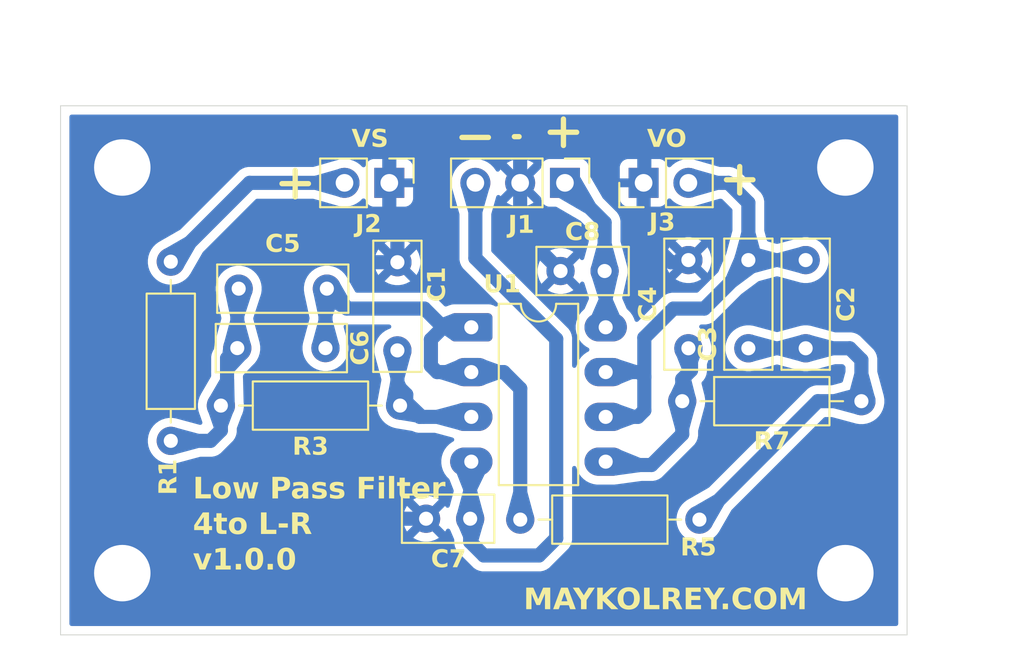
<source format=kicad_pcb>
(kicad_pcb (version 20241229) (generator "pcbnew") (generator_version "9.0")
  (title_block (title "${TITLE}") (date "2025-11-01") (rev "${REVISION}"))
  (layers (0 "F.Cu" signal) (2 "B.Cu" signal) (13 "F.Paste" user) (15 "B.Paste" user) (5 "F.SilkS" user "F.Silkscreen") (7 "B.SilkS" user "B.Silkscreen") (1 "F.Mask" user) (3 "B.Mask" user) (25 "Edge.Cuts" user))
  (property "REVISION" "v1.0.0")
  (property "TITLE" "Low Pass Filter LR4")
  (net 0 "")
  (net 1 "Net-(U1A-+)")
  (net 2 "GND")
  (net 3 "Net-(C2-Pad1)")
  (net 4 "Net-(C5-Pad1)")
  (net 5 "Net-(U1A--)")
  (net 6 "/-15V")
  (net 7 "/15V")
  (net 8 "Net-(U1B-+)")
  (net 9 "/VS")
  (net 10 "Net-(J3-Pin_2)")
  (footprint "MountingHole:MountingHole_3.2mm_M3_DIN965_Pad" (layer "F.Cu") (at 165.5 95.5)
    (property "Reference" "H4" (hide yes))
    (property "Value" "MountingHole_Pad")
    (pad "1" thru_hole circle (at 0 0) (size 5.6 5.6) (drill 3.2) (layers "*.Cu" "*.Mask") (net 2 "GND"))
  )
  (footprint "Capacitor_THT:C_Rect_L7.2mm_W2.5mm_P5.00mm_FKS2_FKP2_MKS2_MKP2" (layer "F.Cu") (at 163.25 82.75 90)
    (property "Reference" "C2" (at 2.5 2.34 90) (layer "F.SilkS"))
    (property "Value" "22nF")
    (fp_line (start 6.22 -1.37) (end 6.22 1.37) (stroke (width 0.12)) (layer "F.SilkS"))
    (fp_line (start -1.22 -1.37) (end 6.22 -1.37) (stroke (width 0.12)) (layer "F.SilkS"))
    (fp_line (start 6.22 1.37) (end -1.22 1.37) (stroke (width 0.12)) (layer "F.SilkS"))
    (fp_line (start -1.22 1.37) (end -1.22 -1.37) (stroke (width 0.12)) (layer "F.SilkS"))
    (pad "1" thru_hole circle (at 0 0 90) (size 1.6 1.6) (drill 0.8) (layers "*.Cu" "*.Mask") (net 3 "Net-(C2-Pad1)"))
    (pad "2" thru_hole circle (at 5 0 90) (size 1.6 1.6) (drill 0.8) (layers "*.Cu" "*.Mask") (net 10 "Net-(J3-Pin_2)"))
  )
  (footprint "Resistor_THT:R_Axial_DIN0207_L6.3mm_D2.5mm_P10.16mm_Horizontal" (layer "F.Cu") (at 127.25 88 90)
    (property "Reference" "R1" (at -2.05 -0.1 90) (layer "F.SilkS"))
    (property "Value" "33k")
    (fp_line (start 9.12 0) (end 8.35 0) (stroke (width 0.12)) (layer "F.SilkS"))
    (fp_line (start 1.04 0) (end 1.81 0) (stroke (width 0.12)) (layer "F.SilkS"))
    (fp_rect (start 1.81 -1.37) (end 8.35 1.37) (stroke (width 0.12)) (fill no) (layer "F.SilkS"))
    (pad "1" thru_hole circle (at 0 0 90) (size 1.6 1.6) (drill 0.8) (layers "*.Cu" "*.Mask") (net 4 "Net-(C5-Pad1)"))
    (pad "2" thru_hole circle (at 10.16 0 90) (size 1.6 1.6) (drill 0.8) (layers "*.Cu" "*.Mask") (net 9 "/VS"))
  )
  (footprint "Connector_PinHeader_2.54mm:PinHeader_1x02_P2.54mm_Vertical" (layer "F.Cu") (at 154.06 73.37 90)
    (property "Reference" "J3" (at -2.29 1.05 180) (layer "F.SilkS"))
    (property "Value" "Conn_01x03")
    (fp_line (start -1.38 -1.38) (end 0 -1.38) (stroke (width 0.12)) (layer "F.SilkS"))
    (fp_line (start -1.38 0) (end -1.38 -1.38) (stroke (width 0.12)) (layer "F.SilkS"))
    (fp_line (start 1.38 1.27) (end 1.38 3.92) (stroke (width 0.12)) (layer "F.SilkS"))
    (fp_line (start -1.38 1.27) (end 1.38 1.27) (stroke (width 0.12)) (layer "F.SilkS"))
    (fp_line (start -1.38 1.27) (end -1.38 3.92) (stroke (width 0.12)) (layer "F.SilkS"))
    (fp_line (start -1.38 3.92) (end 1.38 3.92) (stroke (width 0.12)) (layer "F.SilkS"))
    (pad "1" thru_hole rect (at 0 0 90) (size 1.7 1.7) (drill 1) (layers "*.Cu" "*.Mask") (net 2 "GND"))
    (pad "2" thru_hole circle (at 0 2.54 90) (size 1.7 1.7) (drill 1) (layers "*.Cu" "*.Mask") (net 10 "Net-(J3-Pin_2)"))
  )
  (footprint "MountingHole:MountingHole_3.2mm_M3_DIN965_Pad" (layer "F.Cu") (at 124.5 95.5)
    (property "Reference" "H3" (hide yes))
    (property "Value" "MountingHole_Pad")
    (pad "1" thru_hole circle (at 0 0) (size 5.6 5.6) (drill 3.2) (layers "*.Cu" "*.Mask") (net 2 "GND"))
  )
  (footprint "Capacitor_THT:C_Rect_L7.2mm_W2.5mm_P5.00mm_FKS2_FKP2_MKS2_MKP2" (layer "F.Cu") (at 160 82.75 90)
    (property "Reference" "C3" (at 0.25 -2.25 90) (layer "F.SilkS"))
    (property "Value" "22nF")
    (fp_line (start 6.22 -1.37) (end 6.22 1.37) (stroke (width 0.12)) (layer "F.SilkS"))
    (fp_line (start -1.22 -1.37) (end 6.22 -1.37) (stroke (width 0.12)) (layer "F.SilkS"))
    (fp_line (start 6.22 1.37) (end -1.22 1.37) (stroke (width 0.12)) (layer "F.SilkS"))
    (fp_line (start -1.22 1.37) (end -1.22 -1.37) (stroke (width 0.12)) (layer "F.SilkS"))
    (pad "1" thru_hole circle (at 0 0 90) (size 1.6 1.6) (drill 0.8) (layers "*.Cu" "*.Mask") (net 3 "Net-(C2-Pad1)"))
    (pad "2" thru_hole circle (at 5 0 90) (size 1.6 1.6) (drill 0.8) (layers "*.Cu" "*.Mask") (net 10 "Net-(J3-Pin_2)"))
  )
  (footprint "MountingHole:MountingHole_3.2mm_M3_DIN965_Pad" (layer "F.Cu") (at 165.5 72.5)
    (property "Reference" "H2" (hide yes))
    (property "Value" "MountingHole_Pad")
    (pad "1" thru_hole circle (at 0 0) (size 5.6 5.6) (drill 3.2) (layers "*.Cu" "*.Mask") (net 2 "GND"))
  )
  (footprint "Capacitor_THT:C_Rect_L7.2mm_W2.5mm_P5.00mm_FKS2_FKP2_MKS2_MKP2" (layer "F.Cu") (at 140.1 77.87 -90)
    (property "Reference" "C1" (at 1.26 -2.28 90) (layer "F.SilkS"))
    (property "Value" "22nF")
    (fp_line (start -1.22 1.37) (end -1.22 -1.37) (stroke (width 0.12)) (layer "F.SilkS"))
    (fp_line (start 6.22 1.37) (end -1.22 1.37) (stroke (width 0.12)) (layer "F.SilkS"))
    (fp_line (start -1.22 -1.37) (end 6.22 -1.37) (stroke (width 0.12)) (layer "F.SilkS"))
    (fp_line (start 6.22 -1.37) (end 6.22 1.37) (stroke (width 0.12)) (layer "F.SilkS"))
    (pad "1" thru_hole circle (at 0 0 270) (size 1.6 1.6) (drill 0.8) (layers "*.Cu" "*.Mask") (net 2 "GND"))
    (pad "2" thru_hole circle (at 5 0 270) (size 1.6 1.6) (drill 0.8) (layers "*.Cu" "*.Mask") (net 1 "Net-(U1A-+)"))
  )
  (footprint "Capacitor_THT:C_Disc_D5.0mm_W2.5mm_P2.50mm" (layer "F.Cu") (at 151.85 78.37 180)
    (property "Reference" "C8" (at 1.25 2.17 0) (layer "F.SilkS"))
    (property "Value" "100nF")
    (fp_line (start 3.87 1.37) (end -1.37 1.37) (stroke (width 0.12)) (layer "F.SilkS"))
    (fp_line (start 3.87 -1.37) (end 3.87 1.37) (stroke (width 0.12)) (layer "F.SilkS"))
    (fp_line (start -1.37 1.37) (end -1.37 -1.37) (stroke (width 0.12)) (layer "F.SilkS"))
    (fp_line (start -1.37 -1.37) (end 3.87 -1.37) (stroke (width 0.12)) (layer "F.SilkS"))
    (pad "1" thru_hole circle (at 0 0 180) (size 1.6 1.6) (drill 0.8) (layers "*.Cu" "*.Mask") (net 7 "/15V"))
    (pad "2" thru_hole circle (at 2.5 0 180) (size 1.6 1.6) (drill 0.8) (layers "*.Cu" "*.Mask") (net 2 "GND"))
  )
  (footprint "Resistor_THT:R_Axial_DIN0207_L6.3mm_D2.5mm_P10.16mm_Horizontal" (layer "F.Cu") (at 157.225 92.465 180)
    (property "Reference" "R5" (at 0.055 -1.615 0) (layer "F.SilkS"))
    (property "Value" "33k")
    (fp_line (start 9.12 0) (end 8.35 0) (stroke (width 0.12)) (layer "F.SilkS"))
    (fp_line (start 1.04 0) (end 1.81 0) (stroke (width 0.12)) (layer "F.SilkS"))
    (fp_rect (start 1.81 -1.37) (end 8.35 1.37) (stroke (width 0.12)) (fill no) (layer "F.SilkS"))
    (pad "1" thru_hole circle (at 0 0 180) (size 1.6 1.6) (drill 0.8) (layers "*.Cu" "*.Mask") (net 3 "Net-(C2-Pad1)"))
    (pad "2" thru_hole circle (at 10.16 0 180) (size 1.6 1.6) (drill 0.8) (layers "*.Cu" "*.Mask") (net 5 "Net-(U1A--)"))
  )
  (footprint "Connector_PinHeader_2.54mm:PinHeader_1x02_P2.54mm_Vertical" (layer "F.Cu") (at 139.64 73.37 -90)
    (property "Reference" "J2" (at 2.38 1.19 0) (layer "F.SilkS"))
    (property "Value" "Conn_01x03")
    (fp_line (start -1.38 3.92) (end 1.38 3.92) (stroke (width 0.12)) (layer "F.SilkS"))
    (fp_line (start -1.38 1.27) (end -1.38 3.92) (stroke (width 0.12)) (layer "F.SilkS"))
    (fp_line (start -1.38 1.27) (end 1.38 1.27) (stroke (width 0.12)) (layer "F.SilkS"))
    (fp_line (start 1.38 1.27) (end 1.38 3.92) (stroke (width 0.12)) (layer "F.SilkS"))
    (fp_line (start -1.38 0) (end -1.38 -1.38) (stroke (width 0.12)) (layer "F.SilkS"))
    (fp_line (start -1.38 -1.38) (end 0 -1.38) (stroke (width 0.12)) (layer "F.SilkS"))
    (pad "1" thru_hole rect (at 0 0 270) (size 1.7 1.7) (drill 1) (layers "*.Cu" "*.Mask") (net 2 "GND"))
    (pad "2" thru_hole circle (at 0 2.54 270) (size 1.7 1.7) (drill 1) (layers "*.Cu" "*.Mask") (net 9 "/VS"))
  )
  (footprint "Connector_PinHeader_2.54mm:PinHeader_1x03_P2.54mm_Vertical" (layer "F.Cu") (at 149.6 73.37 -90)
    (property "Reference" "J1" (at 2.42 2.48 180) (layer "F.SilkS"))
    (property "Value" "Conn_01x03")
    (fp_line (start -1.38 6.46) (end 1.38 6.46) (stroke (width 0.12)) (layer "F.SilkS"))
    (fp_line (start -1.38 1.27) (end -1.38 6.46) (stroke (width 0.12)) (layer "F.SilkS"))
    (fp_line (start -1.38 1.27) (end 1.38 1.27) (stroke (width 0.12)) (layer "F.SilkS"))
    (fp_line (start 1.38 1.27) (end 1.38 6.46) (stroke (width 0.12)) (layer "F.SilkS"))
    (fp_line (start -1.38 0) (end -1.38 -1.38) (stroke (width 0.12)) (layer "F.SilkS"))
    (fp_line (start -1.38 -1.38) (end 0 -1.38) (stroke (width 0.12)) (layer "F.SilkS"))
    (pad "1" thru_hole rect (at 0 0 270) (size 1.7 1.7) (drill 1) (layers "*.Cu" "*.Mask") (net 7 "/15V"))
    (pad "2" thru_hole circle (at 0 2.54 270) (size 1.7 1.7) (drill 1) (layers "*.Cu" "*.Mask") (net 2 "GND"))
    (pad "3" thru_hole circle (at 0 5.08 270) (size 1.7 1.7) (drill 1) (layers "*.Cu" "*.Mask") (net 6 "/-15V"))
  )
  (footprint "Capacitor_THT:C_Rect_L7.2mm_W2.5mm_P5.00mm_FKS2_FKP2_MKS2_MKP2" (layer "F.Cu") (at 131.1 79.37)
    (property "Reference" "C5" (at 2.5 -2.5 0) (layer "F.SilkS"))
    (property "Value" "22nF")
    (fp_line (start -1.22 -1.37) (end 6.22 -1.37) (stroke (width 0.12)) (layer "F.SilkS"))
    (fp_line (start -1.22 1.37) (end -1.22 -1.37) (stroke (width 0.12)) (layer "F.SilkS"))
    (fp_line (start 6.22 -1.37) (end 6.22 1.37) (stroke (width 0.12)) (layer "F.SilkS"))
    (fp_line (start 6.22 1.37) (end -1.22 1.37) (stroke (width 0.12)) (layer "F.SilkS"))
    (pad "1" thru_hole circle (at 0 0) (size 1.6 1.6) (drill 0.8) (layers "*.Cu" "*.Mask") (net 4 "Net-(C5-Pad1)"))
    (pad "2" thru_hole circle (at 5 0) (size 1.6 1.6) (drill 0.8) (layers "*.Cu" "*.Mask") (net 5 "Net-(U1A--)"))
  )
  (footprint "MountingHole:MountingHole_3.2mm_M3_DIN965_Pad" (layer "F.Cu") (at 124.5 72.5)
    (property "Reference" "H1" (hide yes))
    (property "Value" "MountingHole_Pad")
    (pad "1" thru_hole circle (at 0 0) (size 5.6 5.6) (drill 3.2) (layers "*.Cu" "*.Mask") (net 2 "GND"))
  )
  (footprint "Capacitor_THT:C_Disc_D5.0mm_W2.5mm_P2.50mm" (layer "F.Cu") (at 141.725 92.415)
    (property "Reference" "C7" (at 1.275 2.335 0) (layer "F.SilkS"))
    (property "Value" "100nF")
    (fp_line (start -1.37 -1.37) (end 3.87 -1.37) (stroke (width 0.12)) (layer "F.SilkS"))
    (fp_line (start -1.37 1.37) (end -1.37 -1.37) (stroke (width 0.12)) (layer "F.SilkS"))
    (fp_line (start 3.87 -1.37) (end 3.87 1.37) (stroke (width 0.12)) (layer "F.SilkS"))
    (fp_line (start 3.87 1.37) (end -1.37 1.37) (stroke (width 0.12)) (layer "F.SilkS"))
    (pad "1" thru_hole circle (at 0 0) (size 1.6 1.6) (drill 0.8) (layers "*.Cu" "*.Mask") (net 2 "GND"))
    (pad "2" thru_hole circle (at 2.5 0) (size 1.6 1.6) (drill 0.8) (layers "*.Cu" "*.Mask") (net 6 "/-15V"))
  )
  (footprint "Package_DIP:DIP-8_W7.62mm_LongPads" (layer "F.Cu") (at 144.29 81.56)
    (property "Reference" "U1" (at 1.75 -2.4 0) (layer "F.SilkS"))
    (property "Value" "NE5532")
    (fp_line (start 1.56 -1.33) (end 1.56 8.95) (stroke (width 0.12)) (layer "F.SilkS"))
    (fp_line (start 1.56 8.95) (end 6.06 8.95) (stroke (width 0.12)) (layer "F.SilkS"))
    (fp_line (start 2.81 -1.33) (end 1.56 -1.33) (stroke (width 0.12)) (layer "F.SilkS"))
    (fp_line (start 6.06 -1.33) (end 4.81 -1.33) (stroke (width 0.12)) (layer "F.SilkS"))
    (fp_line (start 6.06 8.95) (end 6.06 -1.33) (stroke (width 0.12)) (layer "F.SilkS"))
    (fp_arc (start 4.81 -1.33) (mid 3.81 -0.33) (end 2.81 -1.33) (stroke (width 0.12)) (layer "F.SilkS"))
    (pad "1" thru_hole roundrect (at 0 0) (size 2.4 1.6) (drill 0.8) (layers "*.Cu" "*.Mask") (roundrect_rratio 0.15625) (net 5 "Net-(U1A--)"))
    (pad "2" thru_hole oval (at 0 2.54) (size 2.4 1.6) (drill 0.8) (layers "*.Cu" "*.Mask") (net 5 "Net-(U1A--)"))
    (pad "3" thru_hole oval (at 0 5.08) (size 2.4 1.6) (drill 0.8) (layers "*.Cu" "*.Mask") (net 1 "Net-(U1A-+)"))
    (pad "4" thru_hole oval (at 0 7.62) (size 2.4 1.6) (drill 0.8) (layers "*.Cu" "*.Mask") (net 6 "/-15V"))
    (pad "5" thru_hole oval (at 7.62 7.62) (size 2.4 1.6) (drill 0.8) (layers "*.Cu" "*.Mask") (net 8 "Net-(U1B-+)"))
    (pad "6" thru_hole oval (at 7.62 5.08) (size 2.4 1.6) (drill 0.8) (layers "*.Cu" "*.Mask") (net 10 "Net-(J3-Pin_2)"))
    (pad "7" thru_hole oval (at 7.62 2.54) (size 2.4 1.6) (drill 0.8) (layers "*.Cu" "*.Mask") (net 10 "Net-(J3-Pin_2)"))
    (pad "8" thru_hole oval (at 7.62 0) (size 2.4 1.6) (drill 0.8) (layers "*.Cu" "*.Mask") (net 7 "/15V"))
  )
  (footprint "Resistor_THT:R_Axial_DIN0207_L6.3mm_D2.5mm_P10.16mm_Horizontal" (layer "F.Cu") (at 140.25 86 180)
    (property "Reference" "R3" (at 5.08 -2.37 0) (layer "F.SilkS"))
    (property "Value" "33k")
    (fp_line (start 9.12 0) (end 8.35 0) (stroke (width 0.12)) (layer "F.SilkS"))
    (fp_line (start 1.04 0) (end 1.81 0) (stroke (width 0.12)) (layer "F.SilkS"))
    (fp_rect (start 1.81 -1.37) (end 8.35 1.37) (stroke (width 0.12)) (fill no) (layer "F.SilkS"))
    (pad "1" thru_hole circle (at 0 0 180) (size 1.6 1.6) (drill 0.8) (layers "*.Cu" "*.Mask") (net 1 "Net-(U1A-+)"))
    (pad "2" thru_hole circle (at 10.16 0 180) (size 1.6 1.6) (drill 0.8) (layers "*.Cu" "*.Mask") (net 4 "Net-(C5-Pad1)"))
  )
  (footprint "Resistor_THT:R_Axial_DIN0207_L6.3mm_D2.5mm_P10.16mm_Horizontal" (layer "F.Cu") (at 156.25 85.75)
    (property "Reference" "R7" (at 5.08 2.31 0) (layer "F.SilkS"))
    (property "Value" "33k")
    (fp_line (start 1.04 0) (end 1.81 0) (stroke (width 0.12)) (layer "F.SilkS"))
    (fp_line (start 9.12 0) (end 8.35 0) (stroke (width 0.12)) (layer "F.SilkS"))
    (fp_rect (start 1.81 -1.37) (end 8.35 1.37) (stroke (width 0.12)) (fill no) (layer "F.SilkS"))
    (pad "1" thru_hole circle (at 0 0) (size 1.6 1.6) (drill 0.8) (layers "*.Cu" "*.Mask") (net 8 "Net-(U1B-+)"))
    (pad "2" thru_hole circle (at 10.16 0) (size 1.6 1.6) (drill 0.8) (layers "*.Cu" "*.Mask") (net 3 "Net-(C2-Pad1)"))
  )
  (footprint "Capacitor_THT:C_Rect_L7.2mm_W2.5mm_P5.00mm_FKS2_FKP2_MKS2_MKP2" (layer "F.Cu") (at 131.02 82.74)
    (property "Reference" "C6" (at 7.01 -0.01 90) (layer "F.SilkS"))
    (property "Value" "22nF")
    (fp_line (start -1.22 -1.37) (end 6.22 -1.37) (stroke (width 0.12)) (layer "F.SilkS"))
    (fp_line (start -1.22 1.37) (end -1.22 -1.37) (stroke (width 0.12)) (layer "F.SilkS"))
    (fp_line (start 6.22 -1.37) (end 6.22 1.37) (stroke (width 0.12)) (layer "F.SilkS"))
    (fp_line (start 6.22 1.37) (end -1.22 1.37) (stroke (width 0.12)) (layer "F.SilkS"))
    (pad "1" thru_hole circle (at 0 0) (size 1.6 1.6) (drill 0.8) (layers "*.Cu" "*.Mask") (net 4 "Net-(C5-Pad1)"))
    (pad "2" thru_hole circle (at 5 0) (size 1.6 1.6) (drill 0.8) (layers "*.Cu" "*.Mask") (net 5 "Net-(U1A--)"))
  )
  (footprint "Capacitor_THT:C_Rect_L7.2mm_W2.5mm_P5.00mm_FKS2_FKP2_MKS2_MKP2" (layer "F.Cu") (at 156.6 77.75 -90)
    (property "Reference" "C4" (at 2.5 2.25 90) (layer "F.SilkS"))
    (property "Value" "22nF")
    (fp_line (start -1.22 1.37) (end -1.22 -1.37) (stroke (width 0.12)) (layer "F.SilkS"))
    (fp_line (start 6.22 1.37) (end -1.22 1.37) (stroke (width 0.12)) (layer "F.SilkS"))
    (fp_line (start -1.22 -1.37) (end 6.22 -1.37) (stroke (width 0.12)) (layer "F.SilkS"))
    (fp_line (start 6.22 -1.37) (end 6.22 1.37) (stroke (width 0.12)) (layer "F.SilkS"))
    (pad "1" thru_hole circle (at 0 0 270) (size 1.6 1.6) (drill 0.8) (layers "*.Cu" "*.Mask") (net 2 "GND"))
    (pad "2" thru_hole circle (at 5 0 270) (size 1.6 1.6) (drill 0.8) (layers "*.Cu" "*.Mask") (net 8 "Net-(U1B-+)"))
  )
  (gr_line (start 149.514708 69.75) (end 149.514708 71.25) (stroke (width 0.3)) (layer "F.SilkS"))
  (gr_line (start 135.054508 73.415501) (end 133.554508 73.415501) (stroke (width 0.3)) (layer "F.SilkS"))
  (gr_line (start 147 70.75) (end 146.732717 70.75) (stroke (width 0.3)) (layer "F.SilkS"))
  (gr_line (start 159.508812 72.445165) (end 159.508812 73.945165) (stroke (width 0.3)) (layer "F.SilkS"))
  (gr_line (start 160.258812 73.195165) (end 158.758812 73.195165) (stroke (width 0.3)) (layer "F.SilkS"))
  (gr_line (start 145.260293 70.794037) (end 143.760293 70.794037) (stroke (width 0.3)) (layer "F.SilkS"))
  (gr_line (start 134.304508 72.665501) (end 134.304508 74.165501) (stroke (width 0.3)) (layer "F.SilkS"))
  (gr_line (start 150.264708 70.5) (end 148.764708 70.5) (stroke (width 0.3)) (layer "F.SilkS"))
  (gr_line (start 169 69) (end 169 99) (stroke (width 0.05)) (layer "Edge.Cuts"))
  (gr_line (start 169 99) (end 121 99) (stroke (width 0.05)) (layer "Edge.Cuts"))
  (gr_line (start 121 69) (end 169 69) (stroke (width 0.05)) (layer "Edge.Cuts"))
  (gr_line (start 121 99) (end 121 69) (stroke (width 0.05)) (layer "Edge.Cuts"))
  (gr_text "MAYKOLREY.COM" (at 147.25 97.75 0) (layer "F.SilkS") (effects (font (size 1.2 1.2) (thickness 0.25) (bold yes)) (justify left bottom)))
  (gr_text "VO" (at 154.25 71.5 0) (layer "F.SilkS") (effects (font (size 1 1) (thickness 0.25) (bold yes)) (justify left bottom)))
  (gr_text "Low Pass Filter\n4to L-R\n${REVISION}" (at 128.5 95.5 0) (layer "F.SilkS") (effects (font (size 1.2 1.2) (thickness 0.25) (bold yes)) (justify left bottom)))
  (gr_text "VS" (at 137.5 71.5 0) (layer "F.SilkS") (effects (font (size 1 1) (thickness 0.25) (bold yes)) (justify left bottom)))
  (segment (start 144.29 86.64) (end 141.37 86.64) (width 0.8) (layer "B.Cu") (net 1))
  (segment (start 140.6 85.37) (end 140.1 84.87) (width 0.8) (layer "B.Cu") (net 1))
  (segment (start 140.38 85.87) (end 140.25 86) (width 0.8) (layer "B.Cu") (net 1))
  (segment (start 140.1 84.87) (end 140.1 82.87) (width 0.8) (layer "B.Cu") (net 1))
  (segment (start 141.37 86.64) (end 140.6 85.87) (width 0.8) (layer "B.Cu") (net 1))
  (segment (start 140.6 85.87) (end 140.6 85.37) (width 0.8) (layer "B.Cu") (net 1))
  (segment (start 140.6 85.87) (end 140.38 85.87) (width 0.8) (layer "B.Cu") (net 1))
  (segment (start 147.06 73.37) (end 147.06 76.08) (width 0.8) (layer "B.Cu") (net 2))
  (segment (start 154.06 73.37) (end 154.06 76.33) (width 0.8) (layer "B.Cu") (net 2))
  (segment (start 134.75 77.25) (end 137.75 77.25) (width 0.8) (layer "B.Cu") (net 2))
  (segment (start 148.1 70.87) (end 147.06 71.91) (width 0.8) (layer "B.Cu") (net 2))
  (segment (start 147.06 76.08) (end 149.35 78.37) (width 0.8) (layer "B.Cu") (net 2))
  (segment (start 155.6 77.87) (end 156.48 77.87) (width 0.8) (layer "B.Cu") (net 2))
  (segment (start 133.455 90.005) (end 133.455 78.545) (width 0.8) (layer "B.Cu") (net 2))
  (segment (start 139.64 73.37) (end 139.64 71.56) (width 0.8) (layer "B.Cu") (net 2))
  (segment (start 141.725 92.415) (end 135.865 92.415) (width 0.8) (layer "B.Cu") (net 2))
  (segment (start 139.64 75.39) (end 140.1 75.85) (width 0.8) (layer "B.Cu") (net 2))
  (segment (start 154.1 71.37) (end 153.6 70.87) (width 0.8) (layer "B.Cu") (net 2))
  (segment (start 133.455 78.545) (end 134.75 77.25) (width 0.8) (layer "B.Cu") (net 2))
  (segment (start 156.48 77.87) (end 156.6 77.75) (width 0.8) (layer "B.Cu") (net 2))
  (segment (start 154.1 73.33) (end 154.1 71.37) (width 0.8) (layer "B.Cu") (net 2))
  (segment (start 135.865 92.415) (end 133.455 90.005) (width 0.8) (layer "B.Cu") (net 2))
  (segment (start 138.37 77.87) (end 140.1 77.87) (width 0.8) (layer "B.Cu") (net 2))
  (segment (start 140.1 75.85) (end 140.1 77.87) (width 0.8) (layer "B.Cu") (net 2))
  (segment (start 140.33 70.87) (end 148.1 70.87) (width 0.8) (layer "B.Cu") (net 2))
  (segment (start 153.6 70.87) (end 148.1 70.87) (width 0.8) (layer "B.Cu") (net 2))
  (segment (start 154.06 73.37) (end 154.1 73.33) (width 0.8) (layer "B.Cu") (net 2))
  (segment (start 137.75 77.25) (end 138.37 77.87) (width 0.8) (layer "B.Cu") (net 2))
  (segment (start 154.06 76.33) (end 155.6 77.87) (width 0.8) (layer "B.Cu") (net 2))
  (segment (start 139.64 73.37) (end 139.64 75.39) (width 0.8) (layer "B.Cu") (net 2))
  (segment (start 139.64 71.56) (end 140.33 70.87) (width 0.8) (layer "B.Cu") (net 2))
  (segment (start 147.06 71.91) (end 147.06 73.37) (width 0.8) (layer "B.Cu") (net 2))
  (segment (start 163.94 85.75) (end 166.41 85.75) (width 0.8) (layer "B.Cu") (net 3))
  (segment (start 166.41 85.75) (end 166.41 83.41) (width 0.8) (layer "B.Cu") (net 3))
  (segment (start 157.225 92.465) (end 163.94 85.75) (width 0.8) (layer "B.Cu") (net 3))
  (segment (start 166.41 83.41) (end 165.75 82.75) (width 0.8) (layer "B.Cu") (net 3))
  (segment (start 163.25 82.75) (end 160 82.75) (width 0.8) (layer "B.Cu") (net 3))
  (segment (start 165.75 82.75) (end 163.25 82.75) (width 0.8) (layer "B.Cu") (net 3))
  (segment (start 130.44 83.32) (end 131.02 82.74) (width 0.8) (layer "B.Cu") (net 4))
  (segment (start 131.02 79.45) (end 131.1 79.37) (width 0.8) (layer "B.Cu") (net 4))
  (segment (start 130.09 87.41) (end 130.09 86) (width 0.8) (layer "B.Cu") (net 4))
  (segment (start 129.5 88) (end 130.09 87.41) (width 0.8) (layer "B.Cu") (net 4))
  (segment (start 130.44 85.65) (end 130.44 83.32) (width 0.8) (layer "B.Cu") (net 4))
  (segment (start 131.02 82.74) (end 131.02 79.45) (width 0.8) (layer "B.Cu") (net 4))
  (segment (start 127.25 88) (end 129.5 88) (width 0.8) (layer "B.Cu") (net 4))
  (segment (start 130.09 86) (end 130.44 85.65) (width 0.8) (layer "B.Cu") (net 4))
  (segment (start 136.02 82.74) (end 136.02 79.45) (width 0.8) (layer "B.Cu") (net 5))
  (segment (start 136.02 79.45) (end 136.1 79.37) (width 0.8) (layer "B.Cu") (net 5))
  (segment (start 142.69 81.56) (end 142.79 81.56) (width 0.8) (layer "B.Cu") (net 5))
  (segment (start 144.29 84.1) (end 142.35 84.1) (width 0.8) (layer "B.Cu") (net 5))
  (segment (start 141.63 80.5) (end 142.69 81.56) (width 0.8) (layer "B.Cu") (net 5))
  (segment (start 142 83.75) (end 142 82.25) (width 0.8) (layer "B.Cu") (net 5))
  (segment (start 142.35 84.1) (end 142 83.75) (width 0.8) (layer "B.Cu") (net 5))
  (segment (start 142.69 81.56) (end 144.29 81.56) (width 0.8) (layer "B.Cu") (net 5))
  (segment (start 136.1 79.37) (end 137.23 80.5) (width 0.8) (layer "B.Cu") (net 5))
  (segment (start 142 82.25) (end 142.69 81.56) (width 0.8) (layer "B.Cu") (net 5))
  (segment (start 137.23 80.5) (end 141.63 80.5) (width 0.8) (layer "B.Cu") (net 5))
  (segment (start 147.065 92.465) (end 147.065 85.035) (width 0.8) (layer "B.Cu") (net 5))
  (segment (start 146.13 84.1) (end 144.29 84.1) (width 0.8) (layer "B.Cu") (net 5))
  (segment (start 147.065 85.035) (end 146.13 84.1) (width 0.8) (layer "B.Cu") (net 5))
  (segment (start 142.79 81.56) (end 144.29 81.56) (width 0.8) (layer "B.Cu") (net 5))
  (segment (start 144.52 77.64) (end 144.52 73.37) (width 0.8) (layer "B.Cu") (net 6))
  (segment (start 149.105 93.52) (end 149.105 82.225) (width 0.8) (layer "B.Cu") (net 6))
  (segment (start 149.105 82.225) (end 144.52 77.64) (width 0.8) (layer "B.Cu") (net 6))
  (segment (start 144.225 92.415) (end 144.225 93.725) (width 0.8) (layer "B.Cu") (net 6))
  (segment (start 148.125 94.5) (end 149.105 93.52) (width 0.8) (layer "B.Cu") (net 6))
  (segment (start 144.225 92.245) (end 144.35 92.37) (width 0.8) (layer "B.Cu") (net 6))
  (segment (start 144.225 89.245) (end 144.225 92.245) (width 0.8) (layer "B.Cu") (net 6))
  (segment (start 144.225 93.725) (end 145 94.5) (width 0.8) (layer "B.Cu") (net 6))
  (segment (start 145 94.5) (end 148.125 94.5) (width 0.8) (layer "B.Cu") (net 6))
  (segment (start 144.29 89.18) (end 144.225 89.245) (width 0.8) (layer "B.Cu") (net 6))
  (segment (start 151.85 75.62) (end 151.85 78.37) (width 0.8) (layer "B.Cu") (net 7))
  (segment (start 151.91 78.43) (end 151.85 78.37) (width 0.8) (layer "B.Cu") (net 7))
  (segment (start 149.6 73.37) (end 151.85 75.62) (width 0.8) (layer "B.Cu") (net 7))
  (segment (start 151.91 81.56) (end 151.91 78.43) (width 0.8) (layer "B.Cu") (net 7))
  (segment (start 156.25 85.75) (end 156.25 87.625) (width 0.8) (layer "B.Cu") (net 8))
  (segment (start 156.6 82.75) (end 156.75 82.9) (width 0.8) (layer "B.Cu") (net 8))
  (segment (start 156.25 87.625) (end 154.505 89.37) (width 0.8) (layer "B.Cu") (net 8))
  (segment (start 156.25 84.5) (end 156.25 85.75) (width 0.8) (layer "B.Cu") (net 8))
  (segment (start 152.1 89.37) (end 151.91 89.18) (width 0.8) (layer "B.Cu") (net 8))
  (segment (start 156.75 82.9) (end 156.75 84) (width 0.8) (layer "B.Cu") (net 8))
  (segment (start 156.75 84) (end 156.25 84.5) (width 0.8) (layer "B.Cu") (net 8))
  (segment (start 154.505 89.37) (end 152.1 89.37) (width 0.8) (layer "B.Cu") (net 8))
  (segment (start 131.72 73.37) (end 127.25 77.84) (width 0.8) (layer "B.Cu") (net 9))
  (segment (start 137.1 73.37) (end 131.72 73.37) (width 0.8) (layer "B.Cu") (net 9))
  (segment (start 154.1 82.15) (end 155.75 80.5) (width 0.8) (layer "B.Cu") (net 10))
  (segment (start 157.5 80.5) (end 160 78) (width 0.8) (layer "B.Cu") (net 10))
  (segment (start 160 78) (end 160 77.75) (width 0.8) (layer "B.Cu") (net 10))
  (segment (start 151.91 86.64) (end 153.735 86.64) (width 0.8) (layer "B.Cu") (net 10))
  (segment (start 154.1 84.37) (end 154.1 82.15) (width 0.8) (layer "B.Cu") (net 10))
  (segment (start 153.83 84.1) (end 154.1 84.37) (width 0.8) (layer "B.Cu") (net 10))
  (segment (start 160 74.5) (end 158.87 73.37) (width 0.8) (layer "B.Cu") (net 10))
  (segment (start 155.75 80.5) (end 157.5 80.5) (width 0.8) (layer "B.Cu") (net 10))
  (segment (start 154.1 86.275) (end 154.1 84.37) (width 0.8) (layer "B.Cu") (net 10))
  (segment (start 153.735 86.64) (end 154.1 86.275) (width 0.8) (layer "B.Cu") (net 10))
  (segment (start 151.91 84.1) (end 153.83 84.1) (width 0.8) (layer "B.Cu") (net 10))
  (segment (start 160 77.75) (end 160 74.5) (width 0.8) (layer "B.Cu") (net 10))
  (segment (start 158.87 73.37) (end 156.6 73.37) (width 0.8) (layer "B.Cu") (net 10))
  (segment (start 160 77.75) (end 163.25 77.75) (width 0.8) (layer "B.Cu") (net 10))
  (zone (net 2) (net_name "GND") (layer "B.Cu") (connect_pads (clearance 0.5)) (min_thickness 0.25) (fill yes (thermal_gap 0.5) (thermal_bridge_width 0.5))
    (polygon (pts (xy 120.5 68.5) (xy 169.5 68.5) (xy 169.5 99.75) (xy 120.5 99.75)))
  )
)
</source>
